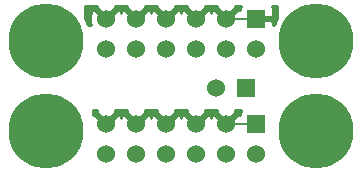
<source format=gtl>
G04 (created by PCBNEW-RS274X (2012-01-19 BZR 3256)-stable) date 21/02/2013 14:30:42*
G01*
G70*
G90*
%MOIN*%
G04 Gerber Fmt 3.4, Leading zero omitted, Abs format*
%FSLAX34Y34*%
G04 APERTURE LIST*
%ADD10C,0.006000*%
%ADD11R,0.060000X0.060000*%
%ADD12C,0.060000*%
%ADD13C,0.250000*%
%ADD14C,0.008000*%
%ADD15C,0.010000*%
G04 APERTURE END LIST*
G54D10*
G54D11*
X54250Y-30000D03*
G54D12*
X54250Y-31000D03*
X53250Y-30000D03*
X53250Y-31000D03*
X52250Y-30000D03*
X52250Y-31000D03*
X51250Y-30000D03*
X51250Y-31000D03*
X50250Y-30000D03*
X50250Y-31000D03*
X49250Y-30000D03*
X49250Y-31000D03*
G54D11*
X54250Y-26500D03*
G54D12*
X54250Y-27500D03*
X53250Y-26500D03*
X53250Y-27500D03*
X52250Y-26500D03*
X52250Y-27500D03*
X51250Y-26500D03*
X51250Y-27500D03*
X50250Y-26500D03*
X50250Y-27500D03*
X49250Y-26500D03*
X49250Y-27500D03*
G54D11*
X53900Y-28800D03*
G54D12*
X52900Y-28800D03*
G54D13*
X56250Y-27250D03*
X56250Y-30250D03*
X47250Y-27250D03*
X47250Y-30250D03*
G54D14*
X53250Y-26500D02*
X54250Y-26500D01*
X53250Y-30000D02*
X54250Y-30000D01*
G54D10*
G36*
X53732Y-26075D02*
X53701Y-26150D01*
X53701Y-26212D01*
X53628Y-26192D01*
X53321Y-26500D01*
X53250Y-26571D01*
X53179Y-26500D01*
X53144Y-26465D01*
X52872Y-26192D01*
X52778Y-26219D01*
X52752Y-26292D01*
X52722Y-26219D01*
X52628Y-26192D01*
X52321Y-26500D01*
X52250Y-26571D01*
X52179Y-26500D01*
X52144Y-26465D01*
X51872Y-26192D01*
X51778Y-26219D01*
X51752Y-26292D01*
X51722Y-26219D01*
X51628Y-26192D01*
X51321Y-26500D01*
X51250Y-26571D01*
X51179Y-26500D01*
X51144Y-26465D01*
X50872Y-26192D01*
X50778Y-26219D01*
X50752Y-26292D01*
X50722Y-26219D01*
X50628Y-26192D01*
X50321Y-26500D01*
X50250Y-26571D01*
X50179Y-26500D01*
X50144Y-26465D01*
X49872Y-26192D01*
X49778Y-26219D01*
X49752Y-26292D01*
X49722Y-26219D01*
X49628Y-26192D01*
X49321Y-26500D01*
X49250Y-26571D01*
X49179Y-26500D01*
X49144Y-26465D01*
X48872Y-26192D01*
X48778Y-26219D01*
X48707Y-26421D01*
X48718Y-26634D01*
X48744Y-26700D01*
X48645Y-26700D01*
X48550Y-26469D01*
X48550Y-26075D01*
X48955Y-26075D01*
X48942Y-26122D01*
X49250Y-26429D01*
X49558Y-26122D01*
X49544Y-26075D01*
X49955Y-26075D01*
X49942Y-26122D01*
X50250Y-26429D01*
X50558Y-26122D01*
X50544Y-26075D01*
X50955Y-26075D01*
X50942Y-26122D01*
X51250Y-26429D01*
X51558Y-26122D01*
X51544Y-26075D01*
X51955Y-26075D01*
X51942Y-26122D01*
X52250Y-26429D01*
X52558Y-26122D01*
X52544Y-26075D01*
X52955Y-26075D01*
X52942Y-26122D01*
X53250Y-26429D01*
X53558Y-26122D01*
X53544Y-26075D01*
X53732Y-26075D01*
X53732Y-26075D01*
G37*
G54D15*
X53732Y-26075D02*
X53701Y-26150D01*
X53701Y-26212D01*
X53628Y-26192D01*
X53321Y-26500D01*
X53250Y-26571D01*
X53179Y-26500D01*
X53144Y-26465D01*
X52872Y-26192D01*
X52778Y-26219D01*
X52752Y-26292D01*
X52722Y-26219D01*
X52628Y-26192D01*
X52321Y-26500D01*
X52250Y-26571D01*
X52179Y-26500D01*
X52144Y-26465D01*
X51872Y-26192D01*
X51778Y-26219D01*
X51752Y-26292D01*
X51722Y-26219D01*
X51628Y-26192D01*
X51321Y-26500D01*
X51250Y-26571D01*
X51179Y-26500D01*
X51144Y-26465D01*
X50872Y-26192D01*
X50778Y-26219D01*
X50752Y-26292D01*
X50722Y-26219D01*
X50628Y-26192D01*
X50321Y-26500D01*
X50250Y-26571D01*
X50179Y-26500D01*
X50144Y-26465D01*
X49872Y-26192D01*
X49778Y-26219D01*
X49752Y-26292D01*
X49722Y-26219D01*
X49628Y-26192D01*
X49321Y-26500D01*
X49250Y-26571D01*
X49179Y-26500D01*
X49144Y-26465D01*
X48872Y-26192D01*
X48778Y-26219D01*
X48707Y-26421D01*
X48718Y-26634D01*
X48744Y-26700D01*
X48645Y-26700D01*
X48550Y-26469D01*
X48550Y-26075D01*
X48955Y-26075D01*
X48942Y-26122D01*
X49250Y-26429D01*
X49558Y-26122D01*
X49544Y-26075D01*
X49955Y-26075D01*
X49942Y-26122D01*
X50250Y-26429D01*
X50558Y-26122D01*
X50544Y-26075D01*
X50955Y-26075D01*
X50942Y-26122D01*
X51250Y-26429D01*
X51558Y-26122D01*
X51544Y-26075D01*
X51955Y-26075D01*
X51942Y-26122D01*
X52250Y-26429D01*
X52558Y-26122D01*
X52544Y-26075D01*
X52955Y-26075D01*
X52942Y-26122D01*
X53250Y-26429D01*
X53558Y-26122D01*
X53544Y-26075D01*
X53732Y-26075D01*
G54D10*
G36*
X54950Y-26469D02*
X54854Y-26700D01*
X54799Y-26700D01*
X54800Y-26612D01*
X54738Y-26550D01*
X54350Y-26550D01*
X54300Y-26550D01*
X54200Y-26550D01*
X54200Y-26450D01*
X54300Y-26450D01*
X54350Y-26450D01*
X54738Y-26450D01*
X54800Y-26388D01*
X54799Y-26249D01*
X54799Y-26150D01*
X54767Y-26075D01*
X54950Y-26075D01*
X54950Y-26469D01*
X54950Y-26469D01*
G37*
G54D15*
X54950Y-26469D02*
X54854Y-26700D01*
X54799Y-26700D01*
X54800Y-26612D01*
X54738Y-26550D01*
X54350Y-26550D01*
X54300Y-26550D01*
X54200Y-26550D01*
X54200Y-26450D01*
X54300Y-26450D01*
X54350Y-26450D01*
X54738Y-26450D01*
X54800Y-26388D01*
X54799Y-26249D01*
X54799Y-26150D01*
X54767Y-26075D01*
X54950Y-26075D01*
X54950Y-26469D01*
G54D10*
G36*
X53748Y-29550D02*
X53739Y-29559D01*
X53701Y-29650D01*
X53701Y-29712D01*
X53628Y-29692D01*
X53321Y-30000D01*
X53250Y-30071D01*
X53179Y-30000D01*
X53144Y-29965D01*
X52872Y-29692D01*
X52778Y-29719D01*
X52752Y-29792D01*
X52722Y-29719D01*
X52628Y-29692D01*
X52321Y-30000D01*
X52250Y-30071D01*
X52179Y-30000D01*
X52144Y-29965D01*
X51872Y-29692D01*
X51778Y-29719D01*
X51752Y-29792D01*
X51722Y-29719D01*
X51628Y-29692D01*
X51321Y-30000D01*
X51250Y-30071D01*
X51179Y-30000D01*
X51144Y-29965D01*
X50872Y-29692D01*
X50778Y-29719D01*
X50752Y-29792D01*
X50722Y-29719D01*
X50628Y-29692D01*
X50321Y-30000D01*
X50250Y-30071D01*
X50179Y-30000D01*
X50144Y-29965D01*
X49872Y-29692D01*
X49778Y-29719D01*
X49752Y-29792D01*
X49722Y-29719D01*
X49628Y-29692D01*
X49321Y-30000D01*
X49250Y-30071D01*
X49179Y-30000D01*
X49144Y-29965D01*
X48872Y-29692D01*
X48800Y-29712D01*
X48800Y-29550D01*
X48962Y-29550D01*
X48942Y-29622D01*
X49250Y-29929D01*
X49558Y-29622D01*
X49537Y-29550D01*
X49962Y-29550D01*
X49942Y-29622D01*
X50250Y-29929D01*
X50558Y-29622D01*
X50537Y-29550D01*
X50962Y-29550D01*
X50942Y-29622D01*
X51250Y-29929D01*
X51558Y-29622D01*
X51537Y-29550D01*
X51962Y-29550D01*
X51942Y-29622D01*
X52250Y-29929D01*
X52558Y-29622D01*
X52537Y-29550D01*
X52962Y-29550D01*
X52942Y-29622D01*
X53250Y-29929D01*
X53558Y-29622D01*
X53537Y-29550D01*
X53748Y-29550D01*
X53748Y-29550D01*
G37*
G54D15*
X53748Y-29550D02*
X53739Y-29559D01*
X53701Y-29650D01*
X53701Y-29712D01*
X53628Y-29692D01*
X53321Y-30000D01*
X53250Y-30071D01*
X53179Y-30000D01*
X53144Y-29965D01*
X52872Y-29692D01*
X52778Y-29719D01*
X52752Y-29792D01*
X52722Y-29719D01*
X52628Y-29692D01*
X52321Y-30000D01*
X52250Y-30071D01*
X52179Y-30000D01*
X52144Y-29965D01*
X51872Y-29692D01*
X51778Y-29719D01*
X51752Y-29792D01*
X51722Y-29719D01*
X51628Y-29692D01*
X51321Y-30000D01*
X51250Y-30071D01*
X51179Y-30000D01*
X51144Y-29965D01*
X50872Y-29692D01*
X50778Y-29719D01*
X50752Y-29792D01*
X50722Y-29719D01*
X50628Y-29692D01*
X50321Y-30000D01*
X50250Y-30071D01*
X50179Y-30000D01*
X50144Y-29965D01*
X49872Y-29692D01*
X49778Y-29719D01*
X49752Y-29792D01*
X49722Y-29719D01*
X49628Y-29692D01*
X49321Y-30000D01*
X49250Y-30071D01*
X49179Y-30000D01*
X49144Y-29965D01*
X48872Y-29692D01*
X48800Y-29712D01*
X48800Y-29550D01*
X48962Y-29550D01*
X48942Y-29622D01*
X49250Y-29929D01*
X49558Y-29622D01*
X49537Y-29550D01*
X49962Y-29550D01*
X49942Y-29622D01*
X50250Y-29929D01*
X50558Y-29622D01*
X50537Y-29550D01*
X50962Y-29550D01*
X50942Y-29622D01*
X51250Y-29929D01*
X51558Y-29622D01*
X51537Y-29550D01*
X51962Y-29550D01*
X51942Y-29622D01*
X52250Y-29929D01*
X52558Y-29622D01*
X52537Y-29550D01*
X52962Y-29550D01*
X52942Y-29622D01*
X53250Y-29929D01*
X53558Y-29622D01*
X53537Y-29550D01*
X53748Y-29550D01*
G54D10*
G36*
X54300Y-30050D02*
X54200Y-30050D01*
X54200Y-29950D01*
X54300Y-29950D01*
X54300Y-30050D01*
X54300Y-30050D01*
G37*
G54D15*
X54300Y-30050D02*
X54200Y-30050D01*
X54200Y-29950D01*
X54300Y-29950D01*
X54300Y-30050D01*
M02*

</source>
